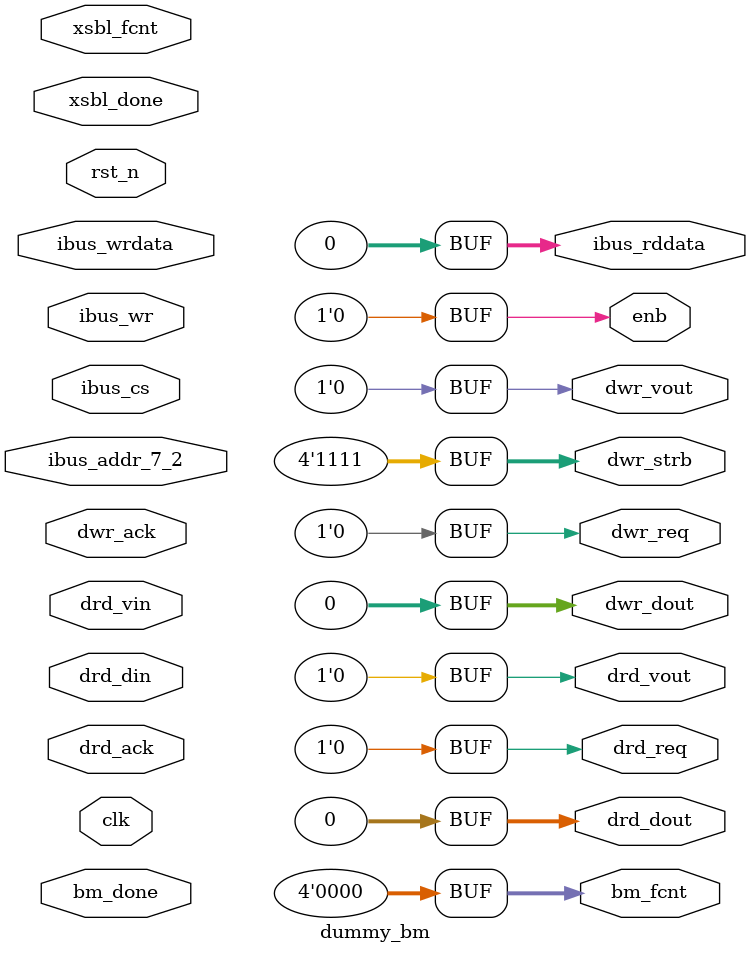
<source format=v>

`timescale 1 ns / 1 ps

module dummy_bm (
	// Global Control
	rst_n, clk,
	
	// Internal Bus I/F
	ibus_cs,
	ibus_wr,
	ibus_addr_7_2,
	ibus_wrdata,
	ibus_rddata,
	
	// Control
	xsbl_done,
	bm_done,
	xsbl_fcnt,
	bm_fcnt,
	enb,
	
	// DDR Read Arbiter I/F
	drd_req,
	drd_ack,
	drd_vin,
	drd_din,
	drd_vout,
	drd_dout,
	
	// DDR Write Arbiter I/F
	dwr_req,
	dwr_ack,
	dwr_vout,
	dwr_dout,
	dwr_strb
);


//==========================================================================
// Port Declaration
//==========================================================================
// Global Control
input			rst_n, clk;

// Internal Bus I/F
input			ibus_cs;
input			ibus_wr;
input	[5:0]	ibus_addr_7_2;
input	[31:0]	ibus_wrdata;
output	[31:0]	ibus_rddata;

// Control
input			xsbl_done, bm_done;
input	[3:0]	xsbl_fcnt;
output	[3:0]	bm_fcnt;
output			enb;

// DDR Read Arbiter I/F
output			drd_req;
input			drd_ack;
input			drd_vin;
input	[31:0]	drd_din;
output			drd_vout;
output	[31:0]	drd_dout;

// DDR Write Arbiter I/F
output			dwr_req;
input			dwr_ack;
output			dwr_vout;
output	[31:0]	dwr_dout;
output	[3:0]	dwr_strb;


//==========================================================================
// Reg/Wire Declaration
//==========================================================================
reg		[8:0]	lr_addr_a, lr_addr_b;
wire	[6:0]	sad_addr_a, sad_addr_b;
wire	[9:0]	sad_wdt;
wire	[8:0]	sad_hgt;
wire			bm_start;
reg				bm_sim_start;
reg		[8:0]	disp2_addr_a, disp2_addr_b;
reg		[8:0]	hgt;
reg		[9:0]	wdt;


//==========================================================================
// Dummy Output
//==========================================================================
assign ibus_rddata = 32'b0;
assign bm_fcnt     =  4'b0;
assign enb         =  1'b0;
assign drd_req     =  1'b0;
assign drd_vout    =  1'b0;
assign drd_dout    = 32'b0;
assign dwr_req     =  1'b0;
assign dwr_vout    =  1'b0;
assign dwr_dout    = 32'b0;
assign dwr_strb    =  4'hF;


endmodule

</source>
